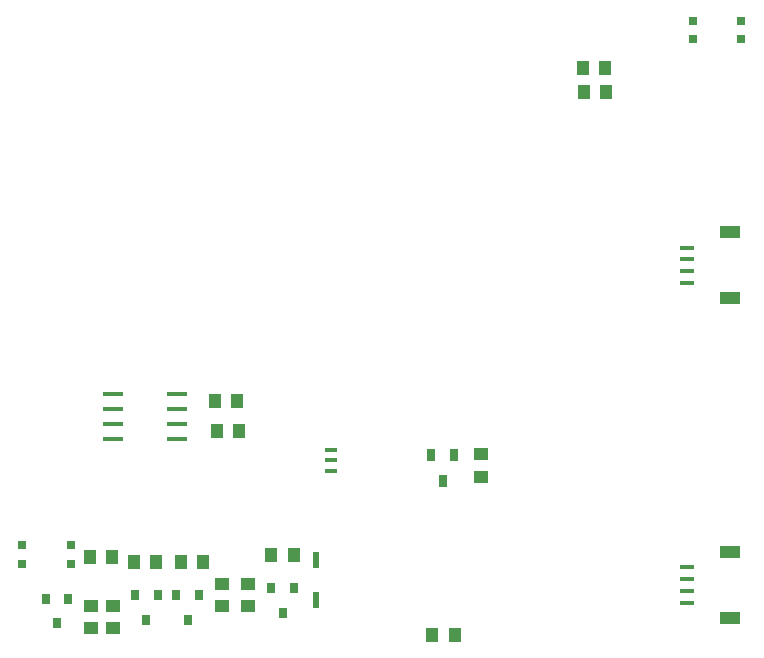
<source format=gtp>
G04 DipTrace 3.3.1.3*
G04 T4LSSArduinoShield.gtp*
%MOIN*%
G04 #@! TF.FileFunction,Paste,Top*
G04 #@! TF.Part,Single*
%ADD37R,0.031496X0.035433*%
%ADD79R,0.027553X0.03149*%
%ADD91R,0.025585X0.043301*%
%ADD93R,0.023616X0.055112*%
%ADD99R,0.04527X0.015742*%
%ADD101R,0.07086X0.039364*%
%ADD103R,0.04212X0.01712*%
%ADD109R,0.07086X0.015742*%
%ADD113R,0.051175X0.043301*%
%ADD133R,0.043301X0.051175*%
%FSLAX26Y26*%
G04*
G70*
G90*
G75*
G01*
G04 TopPaste*
%LPD*%
D133*
X1168700Y1557700D3*
X1093897D3*
X1175700Y1457700D3*
X1100897D3*
D37*
X1041700Y910070D3*
X966897D3*
X1004298Y827393D3*
X605700Y897700D3*
X530897D3*
X568298Y815023D3*
X903700Y910070D3*
X828897D3*
X866298Y827393D3*
X1357700Y933070D3*
X1282897D3*
X1320298Y850393D3*
D133*
X2399700Y2587700D3*
X2324897D3*
X2320700Y2665700D3*
X2395503D3*
X1357700Y1042700D3*
X1282897D3*
X980897Y1020700D3*
X1055700D3*
D113*
X1119700Y872298D3*
Y947102D3*
X1206700Y872298D3*
Y947102D3*
D133*
X898700Y1020700D3*
X823897D3*
X678298Y1036700D3*
X753102D3*
D113*
X680700Y798298D3*
Y873102D3*
X755700Y798298D3*
Y873102D3*
D109*
X968700Y1430700D3*
Y1480700D3*
Y1530700D3*
Y1580700D3*
X756102D3*
Y1530700D3*
Y1480700D3*
Y1430700D3*
D103*
X1481700Y1323700D3*
Y1358700D3*
Y1393700D3*
D101*
X2813385Y1898464D3*
Y2118936D3*
D99*
X2668700Y1949645D3*
Y1989015D3*
Y2028385D3*
Y2067755D3*
D101*
X2813385Y833464D3*
Y1053936D3*
D99*
X2668700Y884645D3*
Y924015D3*
Y963385D3*
Y1002755D3*
D133*
X1819897Y777700D3*
X1894700D3*
D93*
X1432700Y891771D3*
Y1025629D3*
D91*
X1891700Y1376700D3*
X1816897D3*
X1854298Y1290086D3*
D113*
X1981700Y1378700D3*
Y1303897D3*
D79*
X2688700Y2761700D3*
X2850117D3*
Y2824692D3*
X2688700D3*
X452991Y1012204D3*
X614409D3*
Y1075196D3*
X452991D3*
M02*

</source>
